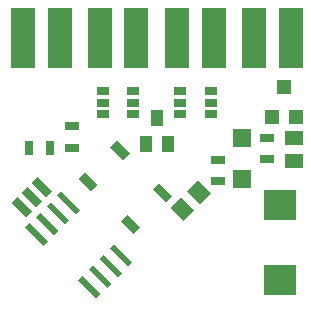
<source format=gtp>
G75*
G70*
%OFA0B0*%
%FSLAX24Y24*%
%IPPOS*%
%LPD*%
%AMOC8*
5,1,8,0,0,1.08239X$1,22.5*
%
%ADD10R,0.0197X0.0866*%
%ADD11R,0.0512X0.0630*%
%ADD12R,0.0591X0.0591*%
%ADD13R,0.0472X0.0315*%
%ADD14R,0.0630X0.0512*%
%ADD15R,0.1063X0.1004*%
%ADD16R,0.0300X0.0600*%
%ADD17R,0.0390X0.0272*%
%ADD18R,0.0800X0.2000*%
%ADD19R,0.0276X0.0669*%
%ADD20R,0.0315X0.0472*%
%ADD21R,0.0394X0.0551*%
%ADD22R,0.0512X0.0512*%
%ADD23R,0.0472X0.0492*%
D10*
G36*
X005969Y005264D02*
X006108Y005403D01*
X006719Y004792D01*
X006580Y004653D01*
X005969Y005264D01*
G37*
G36*
X006322Y005617D02*
X006461Y005756D01*
X007072Y005145D01*
X006933Y005006D01*
X006322Y005617D01*
G37*
G36*
X006676Y005971D02*
X006815Y006110D01*
X007426Y005499D01*
X007287Y005360D01*
X006676Y005971D01*
G37*
G36*
X007029Y006324D02*
X007168Y006463D01*
X007779Y005852D01*
X007640Y005713D01*
X007029Y006324D01*
G37*
G36*
X005273Y008080D02*
X005412Y008219D01*
X006023Y007608D01*
X005884Y007469D01*
X005273Y008080D01*
G37*
G36*
X004922Y007730D02*
X005061Y007869D01*
X005672Y007258D01*
X005533Y007119D01*
X004922Y007730D01*
G37*
G36*
X004569Y007376D02*
X004708Y007515D01*
X005319Y006904D01*
X005180Y006765D01*
X004569Y007376D01*
G37*
G36*
X004215Y007023D02*
X004354Y007162D01*
X004965Y006551D01*
X004826Y006412D01*
X004215Y007023D01*
G37*
D11*
G36*
X009041Y007679D02*
X009403Y008041D01*
X009847Y007597D01*
X009485Y007235D01*
X009041Y007679D01*
G37*
G36*
X009598Y008236D02*
X009960Y008598D01*
X010404Y008154D01*
X010042Y007792D01*
X009598Y008236D01*
G37*
D12*
X011428Y008633D03*
X011428Y010011D03*
D13*
X012283Y010012D03*
X012283Y009303D03*
X010623Y009277D03*
X010623Y008568D03*
X005753Y009678D03*
X005753Y010387D03*
D14*
X013163Y010006D03*
X013163Y009219D03*
D15*
X012693Y007755D03*
X012693Y005259D03*
D16*
G36*
X008463Y008292D02*
X008675Y008504D01*
X009099Y008080D01*
X008887Y007868D01*
X008463Y008292D01*
G37*
G36*
X007403Y007232D02*
X007615Y007444D01*
X008039Y007020D01*
X007827Y006808D01*
X007403Y007232D01*
G37*
G36*
X005988Y008646D02*
X006200Y008858D01*
X006624Y008434D01*
X006412Y008222D01*
X005988Y008646D01*
G37*
G36*
X007049Y009707D02*
X007261Y009919D01*
X007685Y009495D01*
X007473Y009283D01*
X007049Y009707D01*
G37*
D17*
X006791Y010803D03*
X006791Y011177D03*
X006791Y011551D03*
X007815Y011551D03*
X007815Y011177D03*
X007815Y010803D03*
X009371Y010803D03*
X009371Y011177D03*
X009371Y011551D03*
X010395Y011551D03*
X010395Y011177D03*
X010395Y010803D03*
D18*
X010492Y013337D03*
X009274Y013337D03*
X007912Y013347D03*
X006694Y013347D03*
X005352Y013347D03*
X004134Y013347D03*
X011834Y013337D03*
X013052Y013337D03*
D19*
G36*
X005086Y008230D02*
X004891Y008035D01*
X004420Y008506D01*
X004615Y008701D01*
X005086Y008230D01*
G37*
G36*
X004752Y007896D02*
X004557Y007701D01*
X004086Y008172D01*
X004281Y008367D01*
X004752Y007896D01*
G37*
G36*
X004418Y007562D02*
X004223Y007367D01*
X003752Y007838D01*
X003947Y008033D01*
X004418Y007562D01*
G37*
D20*
X004329Y009657D03*
X005037Y009657D03*
D21*
X008229Y009784D03*
X008977Y009784D03*
X008603Y010650D03*
D22*
X012843Y011689D03*
D23*
X013237Y010695D03*
X012449Y010695D03*
M02*

</source>
